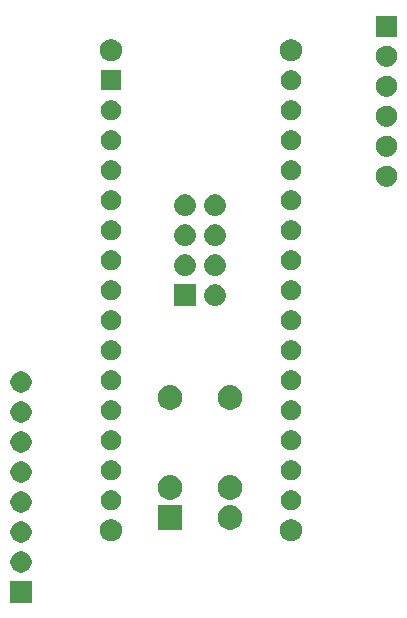
<source format=gbs>
G04 #@! TF.GenerationSoftware,KiCad,Pcbnew,(5.1.5)-3*
G04 #@! TF.CreationDate,2020-05-07T10:18:36-07:00*
G04 #@! TF.ProjectId,Plug_Pass_arduino_shield,506c7567-5f50-4617-9373-5f6172647569,rev?*
G04 #@! TF.SameCoordinates,Original*
G04 #@! TF.FileFunction,Soldermask,Bot*
G04 #@! TF.FilePolarity,Negative*
%FSLAX46Y46*%
G04 Gerber Fmt 4.6, Leading zero omitted, Abs format (unit mm)*
G04 Created by KiCad (PCBNEW (5.1.5)-3) date 2020-05-07 10:18:36*
%MOMM*%
%LPD*%
G04 APERTURE LIST*
%ADD10C,0.100000*%
G04 APERTURE END LIST*
D10*
G36*
X90431480Y-121070740D02*
G01*
X88629880Y-121070740D01*
X88629880Y-119269140D01*
X90431480Y-119269140D01*
X90431480Y-121070740D01*
G37*
G36*
X89793434Y-116763757D02*
G01*
X89957369Y-116831661D01*
X90104907Y-116930243D01*
X90230377Y-117055713D01*
X90328959Y-117203251D01*
X90396863Y-117367186D01*
X90431480Y-117541219D01*
X90431480Y-117718661D01*
X90396863Y-117892694D01*
X90328959Y-118056629D01*
X90230377Y-118204167D01*
X90104907Y-118329637D01*
X89957369Y-118428219D01*
X89793434Y-118496123D01*
X89619401Y-118530740D01*
X89441959Y-118530740D01*
X89267926Y-118496123D01*
X89103991Y-118428219D01*
X88956453Y-118329637D01*
X88830983Y-118204167D01*
X88732401Y-118056629D01*
X88664497Y-117892694D01*
X88629880Y-117718661D01*
X88629880Y-117541219D01*
X88664497Y-117367186D01*
X88732401Y-117203251D01*
X88830983Y-117055713D01*
X88956453Y-116930243D01*
X89103991Y-116831661D01*
X89267926Y-116763757D01*
X89441959Y-116729140D01*
X89619401Y-116729140D01*
X89793434Y-116763757D01*
G37*
G36*
X89793434Y-114223757D02*
G01*
X89957369Y-114291661D01*
X90104907Y-114390243D01*
X90230377Y-114515713D01*
X90328959Y-114663251D01*
X90396863Y-114827186D01*
X90431480Y-115001219D01*
X90431480Y-115178661D01*
X90396863Y-115352694D01*
X90328959Y-115516629D01*
X90230377Y-115664167D01*
X90104907Y-115789637D01*
X89957369Y-115888219D01*
X89793434Y-115956123D01*
X89619401Y-115990740D01*
X89441959Y-115990740D01*
X89267926Y-115956123D01*
X89103991Y-115888219D01*
X88956453Y-115789637D01*
X88830983Y-115664167D01*
X88732401Y-115516629D01*
X88664497Y-115352694D01*
X88629880Y-115178661D01*
X88629880Y-115001219D01*
X88664497Y-114827186D01*
X88732401Y-114663251D01*
X88830983Y-114515713D01*
X88956453Y-114390243D01*
X89103991Y-114291661D01*
X89267926Y-114223757D01*
X89441959Y-114189140D01*
X89619401Y-114189140D01*
X89793434Y-114223757D01*
G37*
G36*
X112666881Y-114030355D02*
G01*
X112838096Y-114101274D01*
X112992185Y-114204233D01*
X113123227Y-114335275D01*
X113226186Y-114489364D01*
X113297105Y-114660579D01*
X113333260Y-114842339D01*
X113333260Y-115027661D01*
X113297105Y-115209421D01*
X113226186Y-115380636D01*
X113123227Y-115534725D01*
X112992185Y-115665767D01*
X112838096Y-115768726D01*
X112666881Y-115839645D01*
X112485121Y-115875800D01*
X112299799Y-115875800D01*
X112118039Y-115839645D01*
X111946824Y-115768726D01*
X111792735Y-115665767D01*
X111661693Y-115534725D01*
X111558734Y-115380636D01*
X111487815Y-115209421D01*
X111451660Y-115027661D01*
X111451660Y-114842339D01*
X111487815Y-114660579D01*
X111558734Y-114489364D01*
X111661693Y-114335275D01*
X111792735Y-114204233D01*
X111946824Y-114101274D01*
X112118039Y-114030355D01*
X112299799Y-113994200D01*
X112485121Y-113994200D01*
X112666881Y-114030355D01*
G37*
G36*
X97426881Y-114030355D02*
G01*
X97598096Y-114101274D01*
X97752185Y-114204233D01*
X97883227Y-114335275D01*
X97986186Y-114489364D01*
X98057105Y-114660579D01*
X98093260Y-114842339D01*
X98093260Y-115027661D01*
X98057105Y-115209421D01*
X97986186Y-115380636D01*
X97883227Y-115534725D01*
X97752185Y-115665767D01*
X97598096Y-115768726D01*
X97426881Y-115839645D01*
X97245121Y-115875800D01*
X97059799Y-115875800D01*
X96878039Y-115839645D01*
X96706824Y-115768726D01*
X96552735Y-115665767D01*
X96421693Y-115534725D01*
X96318734Y-115380636D01*
X96247815Y-115209421D01*
X96211660Y-115027661D01*
X96211660Y-114842339D01*
X96247815Y-114660579D01*
X96318734Y-114489364D01*
X96421693Y-114335275D01*
X96552735Y-114204233D01*
X96706824Y-114101274D01*
X96878039Y-114030355D01*
X97059799Y-113994200D01*
X97245121Y-113994200D01*
X97426881Y-114030355D01*
G37*
G36*
X107379943Y-112812694D02*
G01*
X107542769Y-112845082D01*
X107734001Y-112924293D01*
X107906106Y-113039290D01*
X108052470Y-113185654D01*
X108167467Y-113357759D01*
X108246678Y-113548991D01*
X108287060Y-113752006D01*
X108287060Y-113958994D01*
X108246678Y-114162009D01*
X108167467Y-114353241D01*
X108052470Y-114525346D01*
X107906106Y-114671710D01*
X107734001Y-114786707D01*
X107542769Y-114865918D01*
X107407426Y-114892839D01*
X107339755Y-114906300D01*
X107132765Y-114906300D01*
X107065094Y-114892839D01*
X106929751Y-114865918D01*
X106738519Y-114786707D01*
X106566414Y-114671710D01*
X106420050Y-114525346D01*
X106305053Y-114353241D01*
X106225842Y-114162009D01*
X106185460Y-113958994D01*
X106185460Y-113752006D01*
X106225842Y-113548991D01*
X106305053Y-113357759D01*
X106420050Y-113185654D01*
X106566414Y-113039290D01*
X106738519Y-112924293D01*
X106929751Y-112845082D01*
X107092577Y-112812694D01*
X107132765Y-112804700D01*
X107339755Y-112804700D01*
X107379943Y-112812694D01*
G37*
G36*
X103207060Y-114906300D02*
G01*
X101105460Y-114906300D01*
X101105460Y-112804700D01*
X103207060Y-112804700D01*
X103207060Y-114906300D01*
G37*
G36*
X89793434Y-111683757D02*
G01*
X89957369Y-111751661D01*
X90104907Y-111850243D01*
X90230377Y-111975713D01*
X90328959Y-112123251D01*
X90396863Y-112287186D01*
X90431480Y-112461219D01*
X90431480Y-112638661D01*
X90396863Y-112812694D01*
X90328959Y-112976629D01*
X90230377Y-113124167D01*
X90104907Y-113249637D01*
X89957369Y-113348219D01*
X89793434Y-113416123D01*
X89619401Y-113450740D01*
X89441959Y-113450740D01*
X89267926Y-113416123D01*
X89103991Y-113348219D01*
X88956453Y-113249637D01*
X88830983Y-113124167D01*
X88732401Y-112976629D01*
X88664497Y-112812694D01*
X88629880Y-112638661D01*
X88629880Y-112461219D01*
X88664497Y-112287186D01*
X88732401Y-112123251D01*
X88830983Y-111975713D01*
X88956453Y-111850243D01*
X89103991Y-111751661D01*
X89267926Y-111683757D01*
X89441959Y-111649140D01*
X89619401Y-111649140D01*
X89793434Y-111683757D01*
G37*
G36*
X112640629Y-111576895D02*
G01*
X112795465Y-111641031D01*
X112934814Y-111734140D01*
X113053320Y-111852646D01*
X113146429Y-111991995D01*
X113210565Y-112146831D01*
X113243260Y-112311203D01*
X113243260Y-112478797D01*
X113210565Y-112643169D01*
X113146429Y-112798005D01*
X113053320Y-112937354D01*
X112934814Y-113055860D01*
X112795465Y-113148969D01*
X112640629Y-113213105D01*
X112476257Y-113245800D01*
X112308663Y-113245800D01*
X112144291Y-113213105D01*
X111989455Y-113148969D01*
X111850106Y-113055860D01*
X111731600Y-112937354D01*
X111638491Y-112798005D01*
X111574355Y-112643169D01*
X111541660Y-112478797D01*
X111541660Y-112311203D01*
X111574355Y-112146831D01*
X111638491Y-111991995D01*
X111731600Y-111852646D01*
X111850106Y-111734140D01*
X111989455Y-111641031D01*
X112144291Y-111576895D01*
X112308663Y-111544200D01*
X112476257Y-111544200D01*
X112640629Y-111576895D01*
G37*
G36*
X97400629Y-111576895D02*
G01*
X97555465Y-111641031D01*
X97694814Y-111734140D01*
X97813320Y-111852646D01*
X97906429Y-111991995D01*
X97970565Y-112146831D01*
X98003260Y-112311203D01*
X98003260Y-112478797D01*
X97970565Y-112643169D01*
X97906429Y-112798005D01*
X97813320Y-112937354D01*
X97694814Y-113055860D01*
X97555465Y-113148969D01*
X97400629Y-113213105D01*
X97236257Y-113245800D01*
X97068663Y-113245800D01*
X96904291Y-113213105D01*
X96749455Y-113148969D01*
X96610106Y-113055860D01*
X96491600Y-112937354D01*
X96398491Y-112798005D01*
X96334355Y-112643169D01*
X96301660Y-112478797D01*
X96301660Y-112311203D01*
X96334355Y-112146831D01*
X96398491Y-111991995D01*
X96491600Y-111852646D01*
X96610106Y-111734140D01*
X96749455Y-111641031D01*
X96904291Y-111576895D01*
X97068663Y-111544200D01*
X97236257Y-111544200D01*
X97400629Y-111576895D01*
G37*
G36*
X107379943Y-110272694D02*
G01*
X107542769Y-110305082D01*
X107734001Y-110384293D01*
X107906106Y-110499290D01*
X108052470Y-110645654D01*
X108167467Y-110817759D01*
X108246678Y-111008991D01*
X108287060Y-111212006D01*
X108287060Y-111418994D01*
X108246678Y-111622009D01*
X108167467Y-111813241D01*
X108052470Y-111985346D01*
X107906106Y-112131710D01*
X107734001Y-112246707D01*
X107542769Y-112325918D01*
X107407426Y-112352839D01*
X107339755Y-112366300D01*
X107132765Y-112366300D01*
X107065094Y-112352839D01*
X106929751Y-112325918D01*
X106738519Y-112246707D01*
X106566414Y-112131710D01*
X106420050Y-111985346D01*
X106305053Y-111813241D01*
X106225842Y-111622009D01*
X106185460Y-111418994D01*
X106185460Y-111212006D01*
X106225842Y-111008991D01*
X106305053Y-110817759D01*
X106420050Y-110645654D01*
X106566414Y-110499290D01*
X106738519Y-110384293D01*
X106929751Y-110305082D01*
X107092577Y-110272694D01*
X107132765Y-110264700D01*
X107339755Y-110264700D01*
X107379943Y-110272694D01*
G37*
G36*
X102299943Y-110272694D02*
G01*
X102462769Y-110305082D01*
X102654001Y-110384293D01*
X102826106Y-110499290D01*
X102972470Y-110645654D01*
X103087467Y-110817759D01*
X103166678Y-111008991D01*
X103207060Y-111212006D01*
X103207060Y-111418994D01*
X103166678Y-111622009D01*
X103087467Y-111813241D01*
X102972470Y-111985346D01*
X102826106Y-112131710D01*
X102654001Y-112246707D01*
X102462769Y-112325918D01*
X102327426Y-112352839D01*
X102259755Y-112366300D01*
X102052765Y-112366300D01*
X101985094Y-112352839D01*
X101849751Y-112325918D01*
X101658519Y-112246707D01*
X101486414Y-112131710D01*
X101340050Y-111985346D01*
X101225053Y-111813241D01*
X101145842Y-111622009D01*
X101105460Y-111418994D01*
X101105460Y-111212006D01*
X101145842Y-111008991D01*
X101225053Y-110817759D01*
X101340050Y-110645654D01*
X101486414Y-110499290D01*
X101658519Y-110384293D01*
X101849751Y-110305082D01*
X102012577Y-110272694D01*
X102052765Y-110264700D01*
X102259755Y-110264700D01*
X102299943Y-110272694D01*
G37*
G36*
X89793434Y-109143757D02*
G01*
X89957369Y-109211661D01*
X90104907Y-109310243D01*
X90230377Y-109435713D01*
X90328959Y-109583251D01*
X90396863Y-109747186D01*
X90431480Y-109921219D01*
X90431480Y-110098661D01*
X90396863Y-110272694D01*
X90328959Y-110436629D01*
X90230377Y-110584167D01*
X90104907Y-110709637D01*
X89957369Y-110808219D01*
X89793434Y-110876123D01*
X89619401Y-110910740D01*
X89441959Y-110910740D01*
X89267926Y-110876123D01*
X89103991Y-110808219D01*
X88956453Y-110709637D01*
X88830983Y-110584167D01*
X88732401Y-110436629D01*
X88664497Y-110272694D01*
X88629880Y-110098661D01*
X88629880Y-109921219D01*
X88664497Y-109747186D01*
X88732401Y-109583251D01*
X88830983Y-109435713D01*
X88956453Y-109310243D01*
X89103991Y-109211661D01*
X89267926Y-109143757D01*
X89441959Y-109109140D01*
X89619401Y-109109140D01*
X89793434Y-109143757D01*
G37*
G36*
X97400629Y-109036895D02*
G01*
X97555465Y-109101031D01*
X97694814Y-109194140D01*
X97813320Y-109312646D01*
X97906429Y-109451995D01*
X97970565Y-109606831D01*
X98003260Y-109771203D01*
X98003260Y-109938797D01*
X97970565Y-110103169D01*
X97906429Y-110258005D01*
X97813320Y-110397354D01*
X97694814Y-110515860D01*
X97555465Y-110608969D01*
X97400629Y-110673105D01*
X97236257Y-110705800D01*
X97068663Y-110705800D01*
X96904291Y-110673105D01*
X96749455Y-110608969D01*
X96610106Y-110515860D01*
X96491600Y-110397354D01*
X96398491Y-110258005D01*
X96334355Y-110103169D01*
X96301660Y-109938797D01*
X96301660Y-109771203D01*
X96334355Y-109606831D01*
X96398491Y-109451995D01*
X96491600Y-109312646D01*
X96610106Y-109194140D01*
X96749455Y-109101031D01*
X96904291Y-109036895D01*
X97068663Y-109004200D01*
X97236257Y-109004200D01*
X97400629Y-109036895D01*
G37*
G36*
X112640629Y-109036895D02*
G01*
X112795465Y-109101031D01*
X112934814Y-109194140D01*
X113053320Y-109312646D01*
X113146429Y-109451995D01*
X113210565Y-109606831D01*
X113243260Y-109771203D01*
X113243260Y-109938797D01*
X113210565Y-110103169D01*
X113146429Y-110258005D01*
X113053320Y-110397354D01*
X112934814Y-110515860D01*
X112795465Y-110608969D01*
X112640629Y-110673105D01*
X112476257Y-110705800D01*
X112308663Y-110705800D01*
X112144291Y-110673105D01*
X111989455Y-110608969D01*
X111850106Y-110515860D01*
X111731600Y-110397354D01*
X111638491Y-110258005D01*
X111574355Y-110103169D01*
X111541660Y-109938797D01*
X111541660Y-109771203D01*
X111574355Y-109606831D01*
X111638491Y-109451995D01*
X111731600Y-109312646D01*
X111850106Y-109194140D01*
X111989455Y-109101031D01*
X112144291Y-109036895D01*
X112308663Y-109004200D01*
X112476257Y-109004200D01*
X112640629Y-109036895D01*
G37*
G36*
X89793434Y-106603757D02*
G01*
X89957369Y-106671661D01*
X90104907Y-106770243D01*
X90230377Y-106895713D01*
X90328959Y-107043251D01*
X90396863Y-107207186D01*
X90431480Y-107381219D01*
X90431480Y-107558661D01*
X90396863Y-107732694D01*
X90328959Y-107896629D01*
X90230377Y-108044167D01*
X90104907Y-108169637D01*
X89957369Y-108268219D01*
X89793434Y-108336123D01*
X89619401Y-108370740D01*
X89441959Y-108370740D01*
X89267926Y-108336123D01*
X89103991Y-108268219D01*
X88956453Y-108169637D01*
X88830983Y-108044167D01*
X88732401Y-107896629D01*
X88664497Y-107732694D01*
X88629880Y-107558661D01*
X88629880Y-107381219D01*
X88664497Y-107207186D01*
X88732401Y-107043251D01*
X88830983Y-106895713D01*
X88956453Y-106770243D01*
X89103991Y-106671661D01*
X89267926Y-106603757D01*
X89441959Y-106569140D01*
X89619401Y-106569140D01*
X89793434Y-106603757D01*
G37*
G36*
X97400629Y-106496895D02*
G01*
X97555465Y-106561031D01*
X97694814Y-106654140D01*
X97813320Y-106772646D01*
X97906429Y-106911995D01*
X97970565Y-107066831D01*
X98003260Y-107231203D01*
X98003260Y-107398797D01*
X97970565Y-107563169D01*
X97906429Y-107718005D01*
X97813320Y-107857354D01*
X97694814Y-107975860D01*
X97555465Y-108068969D01*
X97400629Y-108133105D01*
X97236257Y-108165800D01*
X97068663Y-108165800D01*
X96904291Y-108133105D01*
X96749455Y-108068969D01*
X96610106Y-107975860D01*
X96491600Y-107857354D01*
X96398491Y-107718005D01*
X96334355Y-107563169D01*
X96301660Y-107398797D01*
X96301660Y-107231203D01*
X96334355Y-107066831D01*
X96398491Y-106911995D01*
X96491600Y-106772646D01*
X96610106Y-106654140D01*
X96749455Y-106561031D01*
X96904291Y-106496895D01*
X97068663Y-106464200D01*
X97236257Y-106464200D01*
X97400629Y-106496895D01*
G37*
G36*
X112640629Y-106496895D02*
G01*
X112795465Y-106561031D01*
X112934814Y-106654140D01*
X113053320Y-106772646D01*
X113146429Y-106911995D01*
X113210565Y-107066831D01*
X113243260Y-107231203D01*
X113243260Y-107398797D01*
X113210565Y-107563169D01*
X113146429Y-107718005D01*
X113053320Y-107857354D01*
X112934814Y-107975860D01*
X112795465Y-108068969D01*
X112640629Y-108133105D01*
X112476257Y-108165800D01*
X112308663Y-108165800D01*
X112144291Y-108133105D01*
X111989455Y-108068969D01*
X111850106Y-107975860D01*
X111731600Y-107857354D01*
X111638491Y-107718005D01*
X111574355Y-107563169D01*
X111541660Y-107398797D01*
X111541660Y-107231203D01*
X111574355Y-107066831D01*
X111638491Y-106911995D01*
X111731600Y-106772646D01*
X111850106Y-106654140D01*
X111989455Y-106561031D01*
X112144291Y-106496895D01*
X112308663Y-106464200D01*
X112476257Y-106464200D01*
X112640629Y-106496895D01*
G37*
G36*
X89793434Y-104063757D02*
G01*
X89957369Y-104131661D01*
X90104907Y-104230243D01*
X90230377Y-104355713D01*
X90328959Y-104503251D01*
X90396863Y-104667186D01*
X90431480Y-104841219D01*
X90431480Y-105018661D01*
X90396863Y-105192694D01*
X90328959Y-105356629D01*
X90230377Y-105504167D01*
X90104907Y-105629637D01*
X89957369Y-105728219D01*
X89793434Y-105796123D01*
X89619401Y-105830740D01*
X89441959Y-105830740D01*
X89267926Y-105796123D01*
X89103991Y-105728219D01*
X88956453Y-105629637D01*
X88830983Y-105504167D01*
X88732401Y-105356629D01*
X88664497Y-105192694D01*
X88629880Y-105018661D01*
X88629880Y-104841219D01*
X88664497Y-104667186D01*
X88732401Y-104503251D01*
X88830983Y-104355713D01*
X88956453Y-104230243D01*
X89103991Y-104131661D01*
X89267926Y-104063757D01*
X89441959Y-104029140D01*
X89619401Y-104029140D01*
X89793434Y-104063757D01*
G37*
G36*
X112640629Y-103956895D02*
G01*
X112795465Y-104021031D01*
X112934814Y-104114140D01*
X113053320Y-104232646D01*
X113146429Y-104371995D01*
X113210565Y-104526831D01*
X113243260Y-104691203D01*
X113243260Y-104858797D01*
X113210565Y-105023169D01*
X113146429Y-105178005D01*
X113053320Y-105317354D01*
X112934814Y-105435860D01*
X112795465Y-105528969D01*
X112640629Y-105593105D01*
X112476257Y-105625800D01*
X112308663Y-105625800D01*
X112144291Y-105593105D01*
X111989455Y-105528969D01*
X111850106Y-105435860D01*
X111731600Y-105317354D01*
X111638491Y-105178005D01*
X111574355Y-105023169D01*
X111541660Y-104858797D01*
X111541660Y-104691203D01*
X111574355Y-104526831D01*
X111638491Y-104371995D01*
X111731600Y-104232646D01*
X111850106Y-104114140D01*
X111989455Y-104021031D01*
X112144291Y-103956895D01*
X112308663Y-103924200D01*
X112476257Y-103924200D01*
X112640629Y-103956895D01*
G37*
G36*
X97400629Y-103956895D02*
G01*
X97555465Y-104021031D01*
X97694814Y-104114140D01*
X97813320Y-104232646D01*
X97906429Y-104371995D01*
X97970565Y-104526831D01*
X98003260Y-104691203D01*
X98003260Y-104858797D01*
X97970565Y-105023169D01*
X97906429Y-105178005D01*
X97813320Y-105317354D01*
X97694814Y-105435860D01*
X97555465Y-105528969D01*
X97400629Y-105593105D01*
X97236257Y-105625800D01*
X97068663Y-105625800D01*
X96904291Y-105593105D01*
X96749455Y-105528969D01*
X96610106Y-105435860D01*
X96491600Y-105317354D01*
X96398491Y-105178005D01*
X96334355Y-105023169D01*
X96301660Y-104858797D01*
X96301660Y-104691203D01*
X96334355Y-104526831D01*
X96398491Y-104371995D01*
X96491600Y-104232646D01*
X96610106Y-104114140D01*
X96749455Y-104021031D01*
X96904291Y-103956895D01*
X97068663Y-103924200D01*
X97236257Y-103924200D01*
X97400629Y-103956895D01*
G37*
G36*
X107379943Y-102652694D02*
G01*
X107542769Y-102685082D01*
X107734001Y-102764293D01*
X107906106Y-102879290D01*
X108052470Y-103025654D01*
X108167467Y-103197759D01*
X108246678Y-103388991D01*
X108287060Y-103592006D01*
X108287060Y-103798994D01*
X108246678Y-104002009D01*
X108167467Y-104193241D01*
X108052470Y-104365346D01*
X107906106Y-104511710D01*
X107734001Y-104626707D01*
X107542769Y-104705918D01*
X107407426Y-104732839D01*
X107339755Y-104746300D01*
X107132765Y-104746300D01*
X107065094Y-104732839D01*
X106929751Y-104705918D01*
X106738519Y-104626707D01*
X106566414Y-104511710D01*
X106420050Y-104365346D01*
X106305053Y-104193241D01*
X106225842Y-104002009D01*
X106185460Y-103798994D01*
X106185460Y-103592006D01*
X106225842Y-103388991D01*
X106305053Y-103197759D01*
X106420050Y-103025654D01*
X106566414Y-102879290D01*
X106738519Y-102764293D01*
X106929751Y-102685082D01*
X107092577Y-102652694D01*
X107132765Y-102644700D01*
X107339755Y-102644700D01*
X107379943Y-102652694D01*
G37*
G36*
X102299943Y-102652694D02*
G01*
X102462769Y-102685082D01*
X102654001Y-102764293D01*
X102826106Y-102879290D01*
X102972470Y-103025654D01*
X103087467Y-103197759D01*
X103166678Y-103388991D01*
X103207060Y-103592006D01*
X103207060Y-103798994D01*
X103166678Y-104002009D01*
X103087467Y-104193241D01*
X102972470Y-104365346D01*
X102826106Y-104511710D01*
X102654001Y-104626707D01*
X102462769Y-104705918D01*
X102327426Y-104732839D01*
X102259755Y-104746300D01*
X102052765Y-104746300D01*
X101985094Y-104732839D01*
X101849751Y-104705918D01*
X101658519Y-104626707D01*
X101486414Y-104511710D01*
X101340050Y-104365346D01*
X101225053Y-104193241D01*
X101145842Y-104002009D01*
X101105460Y-103798994D01*
X101105460Y-103592006D01*
X101145842Y-103388991D01*
X101225053Y-103197759D01*
X101340050Y-103025654D01*
X101486414Y-102879290D01*
X101658519Y-102764293D01*
X101849751Y-102685082D01*
X102012577Y-102652694D01*
X102052765Y-102644700D01*
X102259755Y-102644700D01*
X102299943Y-102652694D01*
G37*
G36*
X89793434Y-101523757D02*
G01*
X89957369Y-101591661D01*
X90104907Y-101690243D01*
X90230377Y-101815713D01*
X90328959Y-101963251D01*
X90396863Y-102127186D01*
X90431480Y-102301219D01*
X90431480Y-102478661D01*
X90396863Y-102652694D01*
X90328959Y-102816629D01*
X90230377Y-102964167D01*
X90104907Y-103089637D01*
X89957369Y-103188219D01*
X89793434Y-103256123D01*
X89619401Y-103290740D01*
X89441959Y-103290740D01*
X89267926Y-103256123D01*
X89103991Y-103188219D01*
X88956453Y-103089637D01*
X88830983Y-102964167D01*
X88732401Y-102816629D01*
X88664497Y-102652694D01*
X88629880Y-102478661D01*
X88629880Y-102301219D01*
X88664497Y-102127186D01*
X88732401Y-101963251D01*
X88830983Y-101815713D01*
X88956453Y-101690243D01*
X89103991Y-101591661D01*
X89267926Y-101523757D01*
X89441959Y-101489140D01*
X89619401Y-101489140D01*
X89793434Y-101523757D01*
G37*
G36*
X97400629Y-101416895D02*
G01*
X97555465Y-101481031D01*
X97694814Y-101574140D01*
X97813320Y-101692646D01*
X97906429Y-101831995D01*
X97970565Y-101986831D01*
X98003260Y-102151203D01*
X98003260Y-102318797D01*
X97970565Y-102483169D01*
X97906429Y-102638005D01*
X97813320Y-102777354D01*
X97694814Y-102895860D01*
X97555465Y-102988969D01*
X97400629Y-103053105D01*
X97236257Y-103085800D01*
X97068663Y-103085800D01*
X96904291Y-103053105D01*
X96749455Y-102988969D01*
X96610106Y-102895860D01*
X96491600Y-102777354D01*
X96398491Y-102638005D01*
X96334355Y-102483169D01*
X96301660Y-102318797D01*
X96301660Y-102151203D01*
X96334355Y-101986831D01*
X96398491Y-101831995D01*
X96491600Y-101692646D01*
X96610106Y-101574140D01*
X96749455Y-101481031D01*
X96904291Y-101416895D01*
X97068663Y-101384200D01*
X97236257Y-101384200D01*
X97400629Y-101416895D01*
G37*
G36*
X112640629Y-101416895D02*
G01*
X112795465Y-101481031D01*
X112934814Y-101574140D01*
X113053320Y-101692646D01*
X113146429Y-101831995D01*
X113210565Y-101986831D01*
X113243260Y-102151203D01*
X113243260Y-102318797D01*
X113210565Y-102483169D01*
X113146429Y-102638005D01*
X113053320Y-102777354D01*
X112934814Y-102895860D01*
X112795465Y-102988969D01*
X112640629Y-103053105D01*
X112476257Y-103085800D01*
X112308663Y-103085800D01*
X112144291Y-103053105D01*
X111989455Y-102988969D01*
X111850106Y-102895860D01*
X111731600Y-102777354D01*
X111638491Y-102638005D01*
X111574355Y-102483169D01*
X111541660Y-102318797D01*
X111541660Y-102151203D01*
X111574355Y-101986831D01*
X111638491Y-101831995D01*
X111731600Y-101692646D01*
X111850106Y-101574140D01*
X111989455Y-101481031D01*
X112144291Y-101416895D01*
X112308663Y-101384200D01*
X112476257Y-101384200D01*
X112640629Y-101416895D01*
G37*
G36*
X97400629Y-98876895D02*
G01*
X97555465Y-98941031D01*
X97694814Y-99034140D01*
X97813320Y-99152646D01*
X97906429Y-99291995D01*
X97970565Y-99446831D01*
X98003260Y-99611203D01*
X98003260Y-99778797D01*
X97970565Y-99943169D01*
X97906429Y-100098005D01*
X97813320Y-100237354D01*
X97694814Y-100355860D01*
X97555465Y-100448969D01*
X97400629Y-100513105D01*
X97236257Y-100545800D01*
X97068663Y-100545800D01*
X96904291Y-100513105D01*
X96749455Y-100448969D01*
X96610106Y-100355860D01*
X96491600Y-100237354D01*
X96398491Y-100098005D01*
X96334355Y-99943169D01*
X96301660Y-99778797D01*
X96301660Y-99611203D01*
X96334355Y-99446831D01*
X96398491Y-99291995D01*
X96491600Y-99152646D01*
X96610106Y-99034140D01*
X96749455Y-98941031D01*
X96904291Y-98876895D01*
X97068663Y-98844200D01*
X97236257Y-98844200D01*
X97400629Y-98876895D01*
G37*
G36*
X112640629Y-98876895D02*
G01*
X112795465Y-98941031D01*
X112934814Y-99034140D01*
X113053320Y-99152646D01*
X113146429Y-99291995D01*
X113210565Y-99446831D01*
X113243260Y-99611203D01*
X113243260Y-99778797D01*
X113210565Y-99943169D01*
X113146429Y-100098005D01*
X113053320Y-100237354D01*
X112934814Y-100355860D01*
X112795465Y-100448969D01*
X112640629Y-100513105D01*
X112476257Y-100545800D01*
X112308663Y-100545800D01*
X112144291Y-100513105D01*
X111989455Y-100448969D01*
X111850106Y-100355860D01*
X111731600Y-100237354D01*
X111638491Y-100098005D01*
X111574355Y-99943169D01*
X111541660Y-99778797D01*
X111541660Y-99611203D01*
X111574355Y-99446831D01*
X111638491Y-99291995D01*
X111731600Y-99152646D01*
X111850106Y-99034140D01*
X111989455Y-98941031D01*
X112144291Y-98876895D01*
X112308663Y-98844200D01*
X112476257Y-98844200D01*
X112640629Y-98876895D01*
G37*
G36*
X97400629Y-96336895D02*
G01*
X97555465Y-96401031D01*
X97694814Y-96494140D01*
X97813320Y-96612646D01*
X97906429Y-96751995D01*
X97970565Y-96906831D01*
X98003260Y-97071203D01*
X98003260Y-97238797D01*
X97970565Y-97403169D01*
X97906429Y-97558005D01*
X97813320Y-97697354D01*
X97694814Y-97815860D01*
X97555465Y-97908969D01*
X97400629Y-97973105D01*
X97236257Y-98005800D01*
X97068663Y-98005800D01*
X96904291Y-97973105D01*
X96749455Y-97908969D01*
X96610106Y-97815860D01*
X96491600Y-97697354D01*
X96398491Y-97558005D01*
X96334355Y-97403169D01*
X96301660Y-97238797D01*
X96301660Y-97071203D01*
X96334355Y-96906831D01*
X96398491Y-96751995D01*
X96491600Y-96612646D01*
X96610106Y-96494140D01*
X96749455Y-96401031D01*
X96904291Y-96336895D01*
X97068663Y-96304200D01*
X97236257Y-96304200D01*
X97400629Y-96336895D01*
G37*
G36*
X112640629Y-96336895D02*
G01*
X112795465Y-96401031D01*
X112934814Y-96494140D01*
X113053320Y-96612646D01*
X113146429Y-96751995D01*
X113210565Y-96906831D01*
X113243260Y-97071203D01*
X113243260Y-97238797D01*
X113210565Y-97403169D01*
X113146429Y-97558005D01*
X113053320Y-97697354D01*
X112934814Y-97815860D01*
X112795465Y-97908969D01*
X112640629Y-97973105D01*
X112476257Y-98005800D01*
X112308663Y-98005800D01*
X112144291Y-97973105D01*
X111989455Y-97908969D01*
X111850106Y-97815860D01*
X111731600Y-97697354D01*
X111638491Y-97558005D01*
X111574355Y-97403169D01*
X111541660Y-97238797D01*
X111541660Y-97071203D01*
X111574355Y-96906831D01*
X111638491Y-96751995D01*
X111731600Y-96612646D01*
X111850106Y-96494140D01*
X111989455Y-96401031D01*
X112144291Y-96336895D01*
X112308663Y-96304200D01*
X112476257Y-96304200D01*
X112640629Y-96336895D01*
G37*
G36*
X106137031Y-94127110D02*
G01*
X106225363Y-94144680D01*
X106391771Y-94213609D01*
X106541536Y-94313679D01*
X106668901Y-94441044D01*
X106768971Y-94590809D01*
X106837900Y-94757217D01*
X106837900Y-94757219D01*
X106873040Y-94933879D01*
X106873040Y-95114001D01*
X106855470Y-95202331D01*
X106837900Y-95290663D01*
X106768971Y-95457071D01*
X106668901Y-95606836D01*
X106541536Y-95734201D01*
X106391771Y-95834271D01*
X106225363Y-95903200D01*
X106137031Y-95920770D01*
X106048701Y-95938340D01*
X105868579Y-95938340D01*
X105780249Y-95920770D01*
X105691917Y-95903200D01*
X105525509Y-95834271D01*
X105375744Y-95734201D01*
X105248379Y-95606836D01*
X105148309Y-95457071D01*
X105079380Y-95290663D01*
X105061810Y-95202331D01*
X105044240Y-95114001D01*
X105044240Y-94933879D01*
X105079380Y-94757219D01*
X105079380Y-94757217D01*
X105148309Y-94590809D01*
X105248379Y-94441044D01*
X105375744Y-94313679D01*
X105525509Y-94213609D01*
X105691917Y-94144680D01*
X105780249Y-94127110D01*
X105868579Y-94109540D01*
X106048701Y-94109540D01*
X106137031Y-94127110D01*
G37*
G36*
X104333040Y-95938340D02*
G01*
X102504240Y-95938340D01*
X102504240Y-94109540D01*
X104333040Y-94109540D01*
X104333040Y-95938340D01*
G37*
G36*
X112640629Y-93796895D02*
G01*
X112795465Y-93861031D01*
X112934814Y-93954140D01*
X113053320Y-94072646D01*
X113146429Y-94211995D01*
X113210565Y-94366831D01*
X113243260Y-94531203D01*
X113243260Y-94698797D01*
X113210565Y-94863169D01*
X113146429Y-95018005D01*
X113053320Y-95157354D01*
X112934814Y-95275860D01*
X112795465Y-95368969D01*
X112640629Y-95433105D01*
X112476257Y-95465800D01*
X112308663Y-95465800D01*
X112144291Y-95433105D01*
X111989455Y-95368969D01*
X111850106Y-95275860D01*
X111731600Y-95157354D01*
X111638491Y-95018005D01*
X111574355Y-94863169D01*
X111541660Y-94698797D01*
X111541660Y-94531203D01*
X111574355Y-94366831D01*
X111638491Y-94211995D01*
X111731600Y-94072646D01*
X111850106Y-93954140D01*
X111989455Y-93861031D01*
X112144291Y-93796895D01*
X112308663Y-93764200D01*
X112476257Y-93764200D01*
X112640629Y-93796895D01*
G37*
G36*
X97400629Y-93796895D02*
G01*
X97555465Y-93861031D01*
X97694814Y-93954140D01*
X97813320Y-94072646D01*
X97906429Y-94211995D01*
X97970565Y-94366831D01*
X98003260Y-94531203D01*
X98003260Y-94698797D01*
X97970565Y-94863169D01*
X97906429Y-95018005D01*
X97813320Y-95157354D01*
X97694814Y-95275860D01*
X97555465Y-95368969D01*
X97400629Y-95433105D01*
X97236257Y-95465800D01*
X97068663Y-95465800D01*
X96904291Y-95433105D01*
X96749455Y-95368969D01*
X96610106Y-95275860D01*
X96491600Y-95157354D01*
X96398491Y-95018005D01*
X96334355Y-94863169D01*
X96301660Y-94698797D01*
X96301660Y-94531203D01*
X96334355Y-94366831D01*
X96398491Y-94211995D01*
X96491600Y-94072646D01*
X96610106Y-93954140D01*
X96749455Y-93861031D01*
X96904291Y-93796895D01*
X97068663Y-93764200D01*
X97236257Y-93764200D01*
X97400629Y-93796895D01*
G37*
G36*
X103597031Y-91587110D02*
G01*
X103685363Y-91604680D01*
X103851771Y-91673609D01*
X104001536Y-91773679D01*
X104128901Y-91901044D01*
X104228971Y-92050809D01*
X104297900Y-92217217D01*
X104297900Y-92217219D01*
X104333040Y-92393879D01*
X104333040Y-92574001D01*
X104315470Y-92662331D01*
X104297900Y-92750663D01*
X104228971Y-92917071D01*
X104128901Y-93066836D01*
X104001536Y-93194201D01*
X103851771Y-93294271D01*
X103685363Y-93363200D01*
X103597031Y-93380770D01*
X103508701Y-93398340D01*
X103328579Y-93398340D01*
X103240249Y-93380770D01*
X103151917Y-93363200D01*
X102985509Y-93294271D01*
X102835744Y-93194201D01*
X102708379Y-93066836D01*
X102608309Y-92917071D01*
X102539380Y-92750663D01*
X102521810Y-92662331D01*
X102504240Y-92574001D01*
X102504240Y-92393879D01*
X102539380Y-92217219D01*
X102539380Y-92217217D01*
X102608309Y-92050809D01*
X102708379Y-91901044D01*
X102835744Y-91773679D01*
X102985509Y-91673609D01*
X103151917Y-91604680D01*
X103240249Y-91587110D01*
X103328579Y-91569540D01*
X103508701Y-91569540D01*
X103597031Y-91587110D01*
G37*
G36*
X106137031Y-91587110D02*
G01*
X106225363Y-91604680D01*
X106391771Y-91673609D01*
X106541536Y-91773679D01*
X106668901Y-91901044D01*
X106768971Y-92050809D01*
X106837900Y-92217217D01*
X106837900Y-92217219D01*
X106873040Y-92393879D01*
X106873040Y-92574001D01*
X106855470Y-92662331D01*
X106837900Y-92750663D01*
X106768971Y-92917071D01*
X106668901Y-93066836D01*
X106541536Y-93194201D01*
X106391771Y-93294271D01*
X106225363Y-93363200D01*
X106137031Y-93380770D01*
X106048701Y-93398340D01*
X105868579Y-93398340D01*
X105780249Y-93380770D01*
X105691917Y-93363200D01*
X105525509Y-93294271D01*
X105375744Y-93194201D01*
X105248379Y-93066836D01*
X105148309Y-92917071D01*
X105079380Y-92750663D01*
X105061810Y-92662331D01*
X105044240Y-92574001D01*
X105044240Y-92393879D01*
X105079380Y-92217219D01*
X105079380Y-92217217D01*
X105148309Y-92050809D01*
X105248379Y-91901044D01*
X105375744Y-91773679D01*
X105525509Y-91673609D01*
X105691917Y-91604680D01*
X105780249Y-91587110D01*
X105868579Y-91569540D01*
X106048701Y-91569540D01*
X106137031Y-91587110D01*
G37*
G36*
X112640629Y-91256895D02*
G01*
X112795465Y-91321031D01*
X112934814Y-91414140D01*
X113053320Y-91532646D01*
X113146429Y-91671995D01*
X113210565Y-91826831D01*
X113243260Y-91991203D01*
X113243260Y-92158797D01*
X113210565Y-92323169D01*
X113146429Y-92478005D01*
X113053320Y-92617354D01*
X112934814Y-92735860D01*
X112795465Y-92828969D01*
X112640629Y-92893105D01*
X112476257Y-92925800D01*
X112308663Y-92925800D01*
X112144291Y-92893105D01*
X111989455Y-92828969D01*
X111850106Y-92735860D01*
X111731600Y-92617354D01*
X111638491Y-92478005D01*
X111574355Y-92323169D01*
X111541660Y-92158797D01*
X111541660Y-91991203D01*
X111574355Y-91826831D01*
X111638491Y-91671995D01*
X111731600Y-91532646D01*
X111850106Y-91414140D01*
X111989455Y-91321031D01*
X112144291Y-91256895D01*
X112308663Y-91224200D01*
X112476257Y-91224200D01*
X112640629Y-91256895D01*
G37*
G36*
X97400629Y-91256895D02*
G01*
X97555465Y-91321031D01*
X97694814Y-91414140D01*
X97813320Y-91532646D01*
X97906429Y-91671995D01*
X97970565Y-91826831D01*
X98003260Y-91991203D01*
X98003260Y-92158797D01*
X97970565Y-92323169D01*
X97906429Y-92478005D01*
X97813320Y-92617354D01*
X97694814Y-92735860D01*
X97555465Y-92828969D01*
X97400629Y-92893105D01*
X97236257Y-92925800D01*
X97068663Y-92925800D01*
X96904291Y-92893105D01*
X96749455Y-92828969D01*
X96610106Y-92735860D01*
X96491600Y-92617354D01*
X96398491Y-92478005D01*
X96334355Y-92323169D01*
X96301660Y-92158797D01*
X96301660Y-91991203D01*
X96334355Y-91826831D01*
X96398491Y-91671995D01*
X96491600Y-91532646D01*
X96610106Y-91414140D01*
X96749455Y-91321031D01*
X96904291Y-91256895D01*
X97068663Y-91224200D01*
X97236257Y-91224200D01*
X97400629Y-91256895D01*
G37*
G36*
X106137031Y-89047110D02*
G01*
X106225363Y-89064680D01*
X106391771Y-89133609D01*
X106541536Y-89233679D01*
X106668901Y-89361044D01*
X106768971Y-89510809D01*
X106837900Y-89677217D01*
X106837900Y-89677219D01*
X106873040Y-89853879D01*
X106873040Y-90034001D01*
X106855470Y-90122331D01*
X106837900Y-90210663D01*
X106768971Y-90377071D01*
X106668901Y-90526836D01*
X106541536Y-90654201D01*
X106391771Y-90754271D01*
X106225363Y-90823200D01*
X106137031Y-90840770D01*
X106048701Y-90858340D01*
X105868579Y-90858340D01*
X105780249Y-90840770D01*
X105691917Y-90823200D01*
X105525509Y-90754271D01*
X105375744Y-90654201D01*
X105248379Y-90526836D01*
X105148309Y-90377071D01*
X105079380Y-90210663D01*
X105061810Y-90122331D01*
X105044240Y-90034001D01*
X105044240Y-89853879D01*
X105079380Y-89677219D01*
X105079380Y-89677217D01*
X105148309Y-89510809D01*
X105248379Y-89361044D01*
X105375744Y-89233679D01*
X105525509Y-89133609D01*
X105691917Y-89064680D01*
X105780249Y-89047110D01*
X105868579Y-89029540D01*
X106048701Y-89029540D01*
X106137031Y-89047110D01*
G37*
G36*
X103597031Y-89047110D02*
G01*
X103685363Y-89064680D01*
X103851771Y-89133609D01*
X104001536Y-89233679D01*
X104128901Y-89361044D01*
X104228971Y-89510809D01*
X104297900Y-89677217D01*
X104297900Y-89677219D01*
X104333040Y-89853879D01*
X104333040Y-90034001D01*
X104315470Y-90122331D01*
X104297900Y-90210663D01*
X104228971Y-90377071D01*
X104128901Y-90526836D01*
X104001536Y-90654201D01*
X103851771Y-90754271D01*
X103685363Y-90823200D01*
X103597031Y-90840770D01*
X103508701Y-90858340D01*
X103328579Y-90858340D01*
X103240249Y-90840770D01*
X103151917Y-90823200D01*
X102985509Y-90754271D01*
X102835744Y-90654201D01*
X102708379Y-90526836D01*
X102608309Y-90377071D01*
X102539380Y-90210663D01*
X102521810Y-90122331D01*
X102504240Y-90034001D01*
X102504240Y-89853879D01*
X102539380Y-89677219D01*
X102539380Y-89677217D01*
X102608309Y-89510809D01*
X102708379Y-89361044D01*
X102835744Y-89233679D01*
X102985509Y-89133609D01*
X103151917Y-89064680D01*
X103240249Y-89047110D01*
X103328579Y-89029540D01*
X103508701Y-89029540D01*
X103597031Y-89047110D01*
G37*
G36*
X97400629Y-88716895D02*
G01*
X97555465Y-88781031D01*
X97694814Y-88874140D01*
X97813320Y-88992646D01*
X97906429Y-89131995D01*
X97970565Y-89286831D01*
X98003260Y-89451203D01*
X98003260Y-89618797D01*
X97970565Y-89783169D01*
X97906429Y-89938005D01*
X97813320Y-90077354D01*
X97694814Y-90195860D01*
X97555465Y-90288969D01*
X97400629Y-90353105D01*
X97236257Y-90385800D01*
X97068663Y-90385800D01*
X96904291Y-90353105D01*
X96749455Y-90288969D01*
X96610106Y-90195860D01*
X96491600Y-90077354D01*
X96398491Y-89938005D01*
X96334355Y-89783169D01*
X96301660Y-89618797D01*
X96301660Y-89451203D01*
X96334355Y-89286831D01*
X96398491Y-89131995D01*
X96491600Y-88992646D01*
X96610106Y-88874140D01*
X96749455Y-88781031D01*
X96904291Y-88716895D01*
X97068663Y-88684200D01*
X97236257Y-88684200D01*
X97400629Y-88716895D01*
G37*
G36*
X112640629Y-88716895D02*
G01*
X112795465Y-88781031D01*
X112934814Y-88874140D01*
X113053320Y-88992646D01*
X113146429Y-89131995D01*
X113210565Y-89286831D01*
X113243260Y-89451203D01*
X113243260Y-89618797D01*
X113210565Y-89783169D01*
X113146429Y-89938005D01*
X113053320Y-90077354D01*
X112934814Y-90195860D01*
X112795465Y-90288969D01*
X112640629Y-90353105D01*
X112476257Y-90385800D01*
X112308663Y-90385800D01*
X112144291Y-90353105D01*
X111989455Y-90288969D01*
X111850106Y-90195860D01*
X111731600Y-90077354D01*
X111638491Y-89938005D01*
X111574355Y-89783169D01*
X111541660Y-89618797D01*
X111541660Y-89451203D01*
X111574355Y-89286831D01*
X111638491Y-89131995D01*
X111731600Y-88992646D01*
X111850106Y-88874140D01*
X111989455Y-88781031D01*
X112144291Y-88716895D01*
X112308663Y-88684200D01*
X112476257Y-88684200D01*
X112640629Y-88716895D01*
G37*
G36*
X106137031Y-86507110D02*
G01*
X106225363Y-86524680D01*
X106391771Y-86593609D01*
X106541536Y-86693679D01*
X106668901Y-86821044D01*
X106768971Y-86970809D01*
X106837900Y-87137217D01*
X106837900Y-87137219D01*
X106873040Y-87313879D01*
X106873040Y-87494001D01*
X106855470Y-87582331D01*
X106837900Y-87670663D01*
X106768971Y-87837071D01*
X106668901Y-87986836D01*
X106541536Y-88114201D01*
X106391771Y-88214271D01*
X106225363Y-88283200D01*
X106137031Y-88300770D01*
X106048701Y-88318340D01*
X105868579Y-88318340D01*
X105780249Y-88300770D01*
X105691917Y-88283200D01*
X105525509Y-88214271D01*
X105375744Y-88114201D01*
X105248379Y-87986836D01*
X105148309Y-87837071D01*
X105079380Y-87670663D01*
X105061810Y-87582331D01*
X105044240Y-87494001D01*
X105044240Y-87313879D01*
X105079380Y-87137219D01*
X105079380Y-87137217D01*
X105148309Y-86970809D01*
X105248379Y-86821044D01*
X105375744Y-86693679D01*
X105525509Y-86593609D01*
X105691917Y-86524680D01*
X105780249Y-86507110D01*
X105868579Y-86489540D01*
X106048701Y-86489540D01*
X106137031Y-86507110D01*
G37*
G36*
X103597031Y-86507110D02*
G01*
X103685363Y-86524680D01*
X103851771Y-86593609D01*
X104001536Y-86693679D01*
X104128901Y-86821044D01*
X104228971Y-86970809D01*
X104297900Y-87137217D01*
X104297900Y-87137219D01*
X104333040Y-87313879D01*
X104333040Y-87494001D01*
X104315470Y-87582331D01*
X104297900Y-87670663D01*
X104228971Y-87837071D01*
X104128901Y-87986836D01*
X104001536Y-88114201D01*
X103851771Y-88214271D01*
X103685363Y-88283200D01*
X103597031Y-88300770D01*
X103508701Y-88318340D01*
X103328579Y-88318340D01*
X103240249Y-88300770D01*
X103151917Y-88283200D01*
X102985509Y-88214271D01*
X102835744Y-88114201D01*
X102708379Y-87986836D01*
X102608309Y-87837071D01*
X102539380Y-87670663D01*
X102521810Y-87582331D01*
X102504240Y-87494001D01*
X102504240Y-87313879D01*
X102539380Y-87137219D01*
X102539380Y-87137217D01*
X102608309Y-86970809D01*
X102708379Y-86821044D01*
X102835744Y-86693679D01*
X102985509Y-86593609D01*
X103151917Y-86524680D01*
X103240249Y-86507110D01*
X103328579Y-86489540D01*
X103508701Y-86489540D01*
X103597031Y-86507110D01*
G37*
G36*
X97400629Y-86176895D02*
G01*
X97555465Y-86241031D01*
X97694814Y-86334140D01*
X97813320Y-86452646D01*
X97906429Y-86591995D01*
X97970565Y-86746831D01*
X98003260Y-86911203D01*
X98003260Y-87078797D01*
X97970565Y-87243169D01*
X97906429Y-87398005D01*
X97813320Y-87537354D01*
X97694814Y-87655860D01*
X97555465Y-87748969D01*
X97400629Y-87813105D01*
X97236257Y-87845800D01*
X97068663Y-87845800D01*
X96904291Y-87813105D01*
X96749455Y-87748969D01*
X96610106Y-87655860D01*
X96491600Y-87537354D01*
X96398491Y-87398005D01*
X96334355Y-87243169D01*
X96301660Y-87078797D01*
X96301660Y-86911203D01*
X96334355Y-86746831D01*
X96398491Y-86591995D01*
X96491600Y-86452646D01*
X96610106Y-86334140D01*
X96749455Y-86241031D01*
X96904291Y-86176895D01*
X97068663Y-86144200D01*
X97236257Y-86144200D01*
X97400629Y-86176895D01*
G37*
G36*
X112640629Y-86176895D02*
G01*
X112795465Y-86241031D01*
X112934814Y-86334140D01*
X113053320Y-86452646D01*
X113146429Y-86591995D01*
X113210565Y-86746831D01*
X113243260Y-86911203D01*
X113243260Y-87078797D01*
X113210565Y-87243169D01*
X113146429Y-87398005D01*
X113053320Y-87537354D01*
X112934814Y-87655860D01*
X112795465Y-87748969D01*
X112640629Y-87813105D01*
X112476257Y-87845800D01*
X112308663Y-87845800D01*
X112144291Y-87813105D01*
X111989455Y-87748969D01*
X111850106Y-87655860D01*
X111731600Y-87537354D01*
X111638491Y-87398005D01*
X111574355Y-87243169D01*
X111541660Y-87078797D01*
X111541660Y-86911203D01*
X111574355Y-86746831D01*
X111638491Y-86591995D01*
X111731600Y-86452646D01*
X111850106Y-86334140D01*
X111989455Y-86241031D01*
X112144291Y-86176895D01*
X112308663Y-86144200D01*
X112476257Y-86144200D01*
X112640629Y-86176895D01*
G37*
G36*
X120751214Y-84096817D02*
G01*
X120915149Y-84164721D01*
X121062687Y-84263303D01*
X121188157Y-84388773D01*
X121286739Y-84536311D01*
X121354643Y-84700246D01*
X121389260Y-84874279D01*
X121389260Y-85051721D01*
X121354643Y-85225754D01*
X121286739Y-85389689D01*
X121188157Y-85537227D01*
X121062687Y-85662697D01*
X120915149Y-85761279D01*
X120751214Y-85829183D01*
X120577181Y-85863800D01*
X120399739Y-85863800D01*
X120225706Y-85829183D01*
X120061771Y-85761279D01*
X119914233Y-85662697D01*
X119788763Y-85537227D01*
X119690181Y-85389689D01*
X119622277Y-85225754D01*
X119587660Y-85051721D01*
X119587660Y-84874279D01*
X119622277Y-84700246D01*
X119690181Y-84536311D01*
X119788763Y-84388773D01*
X119914233Y-84263303D01*
X120061771Y-84164721D01*
X120225706Y-84096817D01*
X120399739Y-84062200D01*
X120577181Y-84062200D01*
X120751214Y-84096817D01*
G37*
G36*
X97400629Y-83636895D02*
G01*
X97555465Y-83701031D01*
X97694814Y-83794140D01*
X97813320Y-83912646D01*
X97906429Y-84051995D01*
X97970565Y-84206831D01*
X98003260Y-84371203D01*
X98003260Y-84538797D01*
X97970565Y-84703169D01*
X97906429Y-84858005D01*
X97813320Y-84997354D01*
X97694814Y-85115860D01*
X97555465Y-85208969D01*
X97400629Y-85273105D01*
X97236257Y-85305800D01*
X97068663Y-85305800D01*
X96904291Y-85273105D01*
X96749455Y-85208969D01*
X96610106Y-85115860D01*
X96491600Y-84997354D01*
X96398491Y-84858005D01*
X96334355Y-84703169D01*
X96301660Y-84538797D01*
X96301660Y-84371203D01*
X96334355Y-84206831D01*
X96398491Y-84051995D01*
X96491600Y-83912646D01*
X96610106Y-83794140D01*
X96749455Y-83701031D01*
X96904291Y-83636895D01*
X97068663Y-83604200D01*
X97236257Y-83604200D01*
X97400629Y-83636895D01*
G37*
G36*
X112640629Y-83636895D02*
G01*
X112795465Y-83701031D01*
X112934814Y-83794140D01*
X113053320Y-83912646D01*
X113146429Y-84051995D01*
X113210565Y-84206831D01*
X113243260Y-84371203D01*
X113243260Y-84538797D01*
X113210565Y-84703169D01*
X113146429Y-84858005D01*
X113053320Y-84997354D01*
X112934814Y-85115860D01*
X112795465Y-85208969D01*
X112640629Y-85273105D01*
X112476257Y-85305800D01*
X112308663Y-85305800D01*
X112144291Y-85273105D01*
X111989455Y-85208969D01*
X111850106Y-85115860D01*
X111731600Y-84997354D01*
X111638491Y-84858005D01*
X111574355Y-84703169D01*
X111541660Y-84538797D01*
X111541660Y-84371203D01*
X111574355Y-84206831D01*
X111638491Y-84051995D01*
X111731600Y-83912646D01*
X111850106Y-83794140D01*
X111989455Y-83701031D01*
X112144291Y-83636895D01*
X112308663Y-83604200D01*
X112476257Y-83604200D01*
X112640629Y-83636895D01*
G37*
G36*
X120751214Y-81556817D02*
G01*
X120915149Y-81624721D01*
X121062687Y-81723303D01*
X121188157Y-81848773D01*
X121286739Y-81996311D01*
X121354643Y-82160246D01*
X121389260Y-82334279D01*
X121389260Y-82511721D01*
X121354643Y-82685754D01*
X121286739Y-82849689D01*
X121188157Y-82997227D01*
X121062687Y-83122697D01*
X120915149Y-83221279D01*
X120751214Y-83289183D01*
X120577181Y-83323800D01*
X120399739Y-83323800D01*
X120225706Y-83289183D01*
X120061771Y-83221279D01*
X119914233Y-83122697D01*
X119788763Y-82997227D01*
X119690181Y-82849689D01*
X119622277Y-82685754D01*
X119587660Y-82511721D01*
X119587660Y-82334279D01*
X119622277Y-82160246D01*
X119690181Y-81996311D01*
X119788763Y-81848773D01*
X119914233Y-81723303D01*
X120061771Y-81624721D01*
X120225706Y-81556817D01*
X120399739Y-81522200D01*
X120577181Y-81522200D01*
X120751214Y-81556817D01*
G37*
G36*
X112640629Y-81096895D02*
G01*
X112795465Y-81161031D01*
X112934814Y-81254140D01*
X113053320Y-81372646D01*
X113146429Y-81511995D01*
X113210565Y-81666831D01*
X113243260Y-81831203D01*
X113243260Y-81998797D01*
X113210565Y-82163169D01*
X113146429Y-82318005D01*
X113053320Y-82457354D01*
X112934814Y-82575860D01*
X112795465Y-82668969D01*
X112640629Y-82733105D01*
X112476257Y-82765800D01*
X112308663Y-82765800D01*
X112144291Y-82733105D01*
X111989455Y-82668969D01*
X111850106Y-82575860D01*
X111731600Y-82457354D01*
X111638491Y-82318005D01*
X111574355Y-82163169D01*
X111541660Y-81998797D01*
X111541660Y-81831203D01*
X111574355Y-81666831D01*
X111638491Y-81511995D01*
X111731600Y-81372646D01*
X111850106Y-81254140D01*
X111989455Y-81161031D01*
X112144291Y-81096895D01*
X112308663Y-81064200D01*
X112476257Y-81064200D01*
X112640629Y-81096895D01*
G37*
G36*
X97400629Y-81096895D02*
G01*
X97555465Y-81161031D01*
X97694814Y-81254140D01*
X97813320Y-81372646D01*
X97906429Y-81511995D01*
X97970565Y-81666831D01*
X98003260Y-81831203D01*
X98003260Y-81998797D01*
X97970565Y-82163169D01*
X97906429Y-82318005D01*
X97813320Y-82457354D01*
X97694814Y-82575860D01*
X97555465Y-82668969D01*
X97400629Y-82733105D01*
X97236257Y-82765800D01*
X97068663Y-82765800D01*
X96904291Y-82733105D01*
X96749455Y-82668969D01*
X96610106Y-82575860D01*
X96491600Y-82457354D01*
X96398491Y-82318005D01*
X96334355Y-82163169D01*
X96301660Y-81998797D01*
X96301660Y-81831203D01*
X96334355Y-81666831D01*
X96398491Y-81511995D01*
X96491600Y-81372646D01*
X96610106Y-81254140D01*
X96749455Y-81161031D01*
X96904291Y-81096895D01*
X97068663Y-81064200D01*
X97236257Y-81064200D01*
X97400629Y-81096895D01*
G37*
G36*
X120751214Y-79016817D02*
G01*
X120915149Y-79084721D01*
X121062687Y-79183303D01*
X121188157Y-79308773D01*
X121286739Y-79456311D01*
X121354643Y-79620246D01*
X121389260Y-79794279D01*
X121389260Y-79971721D01*
X121354643Y-80145754D01*
X121286739Y-80309689D01*
X121188157Y-80457227D01*
X121062687Y-80582697D01*
X120915149Y-80681279D01*
X120751214Y-80749183D01*
X120577181Y-80783800D01*
X120399739Y-80783800D01*
X120225706Y-80749183D01*
X120061771Y-80681279D01*
X119914233Y-80582697D01*
X119788763Y-80457227D01*
X119690181Y-80309689D01*
X119622277Y-80145754D01*
X119587660Y-79971721D01*
X119587660Y-79794279D01*
X119622277Y-79620246D01*
X119690181Y-79456311D01*
X119788763Y-79308773D01*
X119914233Y-79183303D01*
X120061771Y-79084721D01*
X120225706Y-79016817D01*
X120399739Y-78982200D01*
X120577181Y-78982200D01*
X120751214Y-79016817D01*
G37*
G36*
X112640629Y-78556895D02*
G01*
X112795465Y-78621031D01*
X112934814Y-78714140D01*
X113053320Y-78832646D01*
X113146429Y-78971995D01*
X113210565Y-79126831D01*
X113243260Y-79291203D01*
X113243260Y-79458797D01*
X113210565Y-79623169D01*
X113146429Y-79778005D01*
X113053320Y-79917354D01*
X112934814Y-80035860D01*
X112795465Y-80128969D01*
X112640629Y-80193105D01*
X112476257Y-80225800D01*
X112308663Y-80225800D01*
X112144291Y-80193105D01*
X111989455Y-80128969D01*
X111850106Y-80035860D01*
X111731600Y-79917354D01*
X111638491Y-79778005D01*
X111574355Y-79623169D01*
X111541660Y-79458797D01*
X111541660Y-79291203D01*
X111574355Y-79126831D01*
X111638491Y-78971995D01*
X111731600Y-78832646D01*
X111850106Y-78714140D01*
X111989455Y-78621031D01*
X112144291Y-78556895D01*
X112308663Y-78524200D01*
X112476257Y-78524200D01*
X112640629Y-78556895D01*
G37*
G36*
X97400629Y-78556895D02*
G01*
X97555465Y-78621031D01*
X97694814Y-78714140D01*
X97813320Y-78832646D01*
X97906429Y-78971995D01*
X97970565Y-79126831D01*
X98003260Y-79291203D01*
X98003260Y-79458797D01*
X97970565Y-79623169D01*
X97906429Y-79778005D01*
X97813320Y-79917354D01*
X97694814Y-80035860D01*
X97555465Y-80128969D01*
X97400629Y-80193105D01*
X97236257Y-80225800D01*
X97068663Y-80225800D01*
X96904291Y-80193105D01*
X96749455Y-80128969D01*
X96610106Y-80035860D01*
X96491600Y-79917354D01*
X96398491Y-79778005D01*
X96334355Y-79623169D01*
X96301660Y-79458797D01*
X96301660Y-79291203D01*
X96334355Y-79126831D01*
X96398491Y-78971995D01*
X96491600Y-78832646D01*
X96610106Y-78714140D01*
X96749455Y-78621031D01*
X96904291Y-78556895D01*
X97068663Y-78524200D01*
X97236257Y-78524200D01*
X97400629Y-78556895D01*
G37*
G36*
X120751214Y-76476817D02*
G01*
X120915149Y-76544721D01*
X121062687Y-76643303D01*
X121188157Y-76768773D01*
X121286739Y-76916311D01*
X121354643Y-77080246D01*
X121389260Y-77254279D01*
X121389260Y-77431721D01*
X121354643Y-77605754D01*
X121286739Y-77769689D01*
X121188157Y-77917227D01*
X121062687Y-78042697D01*
X120915149Y-78141279D01*
X120751214Y-78209183D01*
X120577181Y-78243800D01*
X120399739Y-78243800D01*
X120225706Y-78209183D01*
X120061771Y-78141279D01*
X119914233Y-78042697D01*
X119788763Y-77917227D01*
X119690181Y-77769689D01*
X119622277Y-77605754D01*
X119587660Y-77431721D01*
X119587660Y-77254279D01*
X119622277Y-77080246D01*
X119690181Y-76916311D01*
X119788763Y-76768773D01*
X119914233Y-76643303D01*
X120061771Y-76544721D01*
X120225706Y-76476817D01*
X120399739Y-76442200D01*
X120577181Y-76442200D01*
X120751214Y-76476817D01*
G37*
G36*
X112640629Y-76016895D02*
G01*
X112795465Y-76081031D01*
X112934814Y-76174140D01*
X113053320Y-76292646D01*
X113146429Y-76431995D01*
X113210565Y-76586831D01*
X113243260Y-76751203D01*
X113243260Y-76918797D01*
X113210565Y-77083169D01*
X113146429Y-77238005D01*
X113053320Y-77377354D01*
X112934814Y-77495860D01*
X112795465Y-77588969D01*
X112640629Y-77653105D01*
X112476257Y-77685800D01*
X112308663Y-77685800D01*
X112144291Y-77653105D01*
X111989455Y-77588969D01*
X111850106Y-77495860D01*
X111731600Y-77377354D01*
X111638491Y-77238005D01*
X111574355Y-77083169D01*
X111541660Y-76918797D01*
X111541660Y-76751203D01*
X111574355Y-76586831D01*
X111638491Y-76431995D01*
X111731600Y-76292646D01*
X111850106Y-76174140D01*
X111989455Y-76081031D01*
X112144291Y-76016895D01*
X112308663Y-75984200D01*
X112476257Y-75984200D01*
X112640629Y-76016895D01*
G37*
G36*
X98003260Y-77685800D02*
G01*
X96301660Y-77685800D01*
X96301660Y-75984200D01*
X98003260Y-75984200D01*
X98003260Y-77685800D01*
G37*
G36*
X120751214Y-73936817D02*
G01*
X120915149Y-74004721D01*
X121062687Y-74103303D01*
X121188157Y-74228773D01*
X121286739Y-74376311D01*
X121354643Y-74540246D01*
X121389260Y-74714279D01*
X121389260Y-74891721D01*
X121354643Y-75065754D01*
X121286739Y-75229689D01*
X121188157Y-75377227D01*
X121062687Y-75502697D01*
X120915149Y-75601279D01*
X120751214Y-75669183D01*
X120577181Y-75703800D01*
X120399739Y-75703800D01*
X120225706Y-75669183D01*
X120061771Y-75601279D01*
X119914233Y-75502697D01*
X119788763Y-75377227D01*
X119690181Y-75229689D01*
X119622277Y-75065754D01*
X119587660Y-74891721D01*
X119587660Y-74714279D01*
X119622277Y-74540246D01*
X119690181Y-74376311D01*
X119788763Y-74228773D01*
X119914233Y-74103303D01*
X120061771Y-74004721D01*
X120225706Y-73936817D01*
X120399739Y-73902200D01*
X120577181Y-73902200D01*
X120751214Y-73936817D01*
G37*
G36*
X97426881Y-73390355D02*
G01*
X97598096Y-73461274D01*
X97752185Y-73564233D01*
X97883227Y-73695275D01*
X97986186Y-73849364D01*
X98057105Y-74020579D01*
X98093260Y-74202339D01*
X98093260Y-74387661D01*
X98057105Y-74569421D01*
X97986186Y-74740636D01*
X97883227Y-74894725D01*
X97752185Y-75025767D01*
X97598096Y-75128726D01*
X97426881Y-75199645D01*
X97245121Y-75235800D01*
X97059799Y-75235800D01*
X96878039Y-75199645D01*
X96706824Y-75128726D01*
X96552735Y-75025767D01*
X96421693Y-74894725D01*
X96318734Y-74740636D01*
X96247815Y-74569421D01*
X96211660Y-74387661D01*
X96211660Y-74202339D01*
X96247815Y-74020579D01*
X96318734Y-73849364D01*
X96421693Y-73695275D01*
X96552735Y-73564233D01*
X96706824Y-73461274D01*
X96878039Y-73390355D01*
X97059799Y-73354200D01*
X97245121Y-73354200D01*
X97426881Y-73390355D01*
G37*
G36*
X112666881Y-73390355D02*
G01*
X112838096Y-73461274D01*
X112992185Y-73564233D01*
X113123227Y-73695275D01*
X113226186Y-73849364D01*
X113297105Y-74020579D01*
X113333260Y-74202339D01*
X113333260Y-74387661D01*
X113297105Y-74569421D01*
X113226186Y-74740636D01*
X113123227Y-74894725D01*
X112992185Y-75025767D01*
X112838096Y-75128726D01*
X112666881Y-75199645D01*
X112485121Y-75235800D01*
X112299799Y-75235800D01*
X112118039Y-75199645D01*
X111946824Y-75128726D01*
X111792735Y-75025767D01*
X111661693Y-74894725D01*
X111558734Y-74740636D01*
X111487815Y-74569421D01*
X111451660Y-74387661D01*
X111451660Y-74202339D01*
X111487815Y-74020579D01*
X111558734Y-73849364D01*
X111661693Y-73695275D01*
X111792735Y-73564233D01*
X111946824Y-73461274D01*
X112118039Y-73390355D01*
X112299799Y-73354200D01*
X112485121Y-73354200D01*
X112666881Y-73390355D01*
G37*
G36*
X121389260Y-73163800D02*
G01*
X119587660Y-73163800D01*
X119587660Y-71362200D01*
X121389260Y-71362200D01*
X121389260Y-73163800D01*
G37*
M02*

</source>
